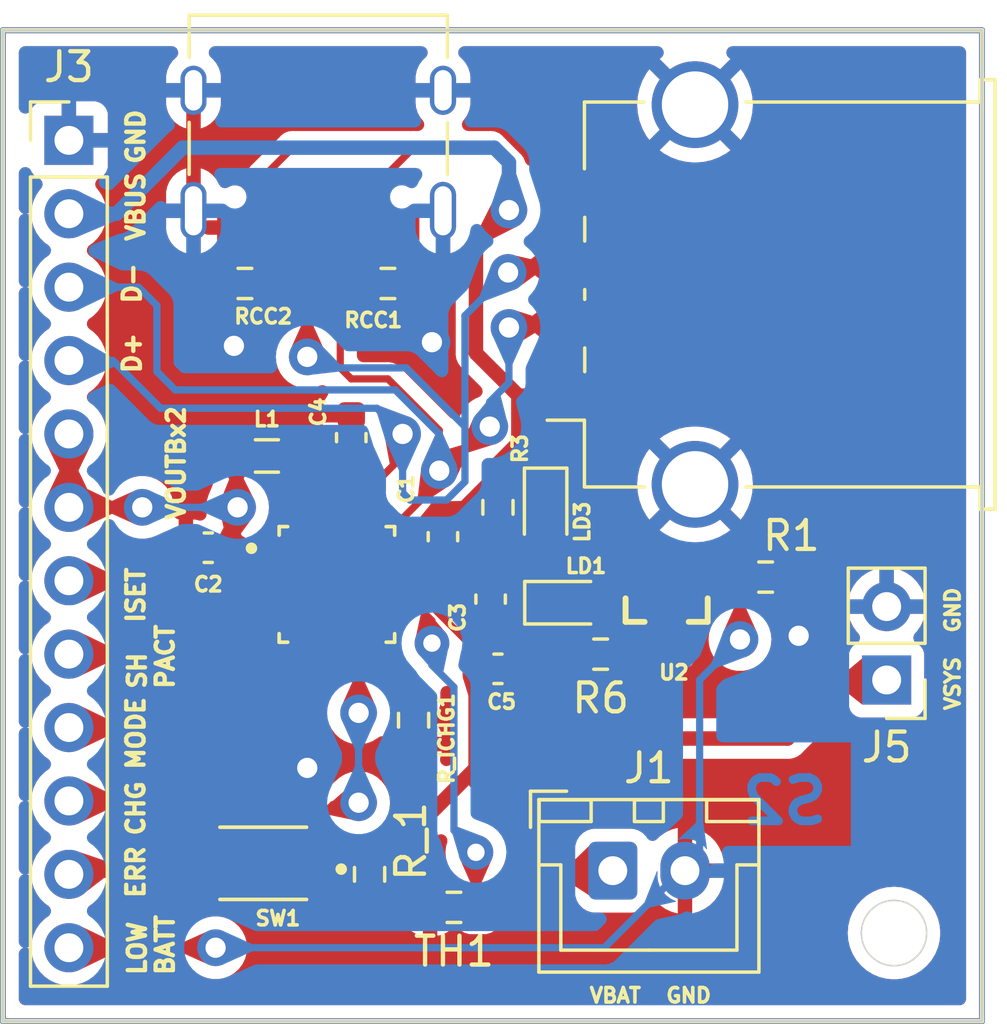
<source format=kicad_pcb>
(kicad_pcb (version 20221018) (generator pcbnew)
  (layers (0 "F.Cu" signal) (31 "B.Cu" signal) (34 "B.Paste" user) (35 "F.Paste" user) (36 "B.SilkS" user "B.Silkscreen") (37 "F.SilkS" user "F.Silkscreen") (38 "B.Mask" user) (39 "F.Mask" user) (44 "Edge.Cuts" user))
  (net 0 "")
  (net 1 "VBUS")
  (net 2 "GND")
  (net 3 "VOUTB")
  (net 4 "VSYS")
  (net 5 "Net-(U1-DEC)")
  (net 6 "Net-(J1-Pin_1)")
  (net 7 "Net-(J2-CC1)")
  (net 8 "Net-(J3-Pin_3)")
  (net 10 "Net-(J2-CC2)")
  (net 12 "ERR")
  (net 13 "CHG")
  (net 14 "SHPACT")
  (net 15 "Low_Batt")
  (net 16 "Net-(U1-SW)")
  (net 17 "Net-(LD1-K)")
  (net 18 "Net-(LD1-A)")
  (net 19 "Net-(LD3-A)")
  (net 20 "Net-(U1-SHPHLD)")
  (net 21 "Net-(U1-ICHG)")
  (net 27 "Net-(J3-Pin_4)")
  (net 28 "Net-(J3-Pin_7)")
  (net 29 "Net-(J3-Pin_9)")
  (net 30 "Net-(U1-NTC)")
  (footprint "Resistor_SMD:R_0603_1608Metric" (layer "F.Cu") (at 94.615 82.55 -90)
    (fp_text reference "R3" (at -2.032 -0.762 -90) (layer "F.SilkS") (effects (font (size 0.5 0.5) (thickness 0.125))))
    (fp_text value "1k" hide)
    (pad "1" smd roundrect (at -0.825 0 270) (size 0.8 0.95) (layers "F.Cu" "F.Paste" "F.Mask") (net 1 "VBUS"))
    (pad "2" smd roundrect (at 0.825 0 270) (size 0.8 0.95) (layers "F.Cu" "F.Paste" "F.Mask") (net 19 "Net-(LD3-A)"))
  )
  (footprint "Capacitor_SMD:C_0603_1608Metric" (layer "F.Cu") (at 94.615 88.138)
    (fp_text reference "C5" (at 0.127 1.143) (layer "F.SilkS") (effects (font (size 0.5 0.5) (thickness 0.125))))
    (fp_text value "1uF" hide)
    (pad "1" smd roundrect (at -0.775 0) (size 0.9 0.95) (layers "F.Cu" "F.Paste" "F.Mask") (net 6 "Net-(J1-Pin_1)"))
    (pad "2" smd roundrect (at 0.775 0) (size 0.9 0.95) (layers "F.Cu" "F.Paste" "F.Mask") (net 2 "GND"))
  )
  (footprint "TESIS:SOT23" (layer "F.Cu") (at 100.457 85.852 180)
    (fp_text reference "U2" (at -0.254 -2.413) (layer "F.SilkS") (effects (font (size 0.5 0.5) (thickness 0.125))))
    (fp_text value "FDV303N" hide)
    (pad "1" smd rect (at -0.95 1.1 180) (size 1 1.4) (layers "F.Cu" "F.Paste" "F.Mask") (net 15 "Low_Batt"))
    (pad "2" smd rect (at 0.95 1.1 180) (size 1 1.4) (layers "F.Cu" "F.Paste" "F.Mask") (net 17 "Net-(LD1-K)"))
    (pad "3" smd rect (at 0 -1.1 180) (size 1 1.4) (layers "F.Cu" "F.Paste" "F.Mask") (net 2 "GND"))
  )
  (footprint "TESIS:SW_B3U-1000P" (layer "F.Cu") (at 86.487 94.869 180)
    (fp_text reference "SW1" (at -0.508 -1.905) (layer "F.SilkS") (effects (font (size 0.5 0.5) (thickness 0.125))))
    (fp_text value "SW_DIP_x01" hide)
    (pad "1" smd rect (at -1.7 0 180) (size 0.8 1.7) (layers "F.Cu" "F.Paste" "F.Mask") (net 20 "Net-(U1-SHPHLD)"))
    (pad "2" smd rect (at 1.7 0 180) (size 0.8 1.7) (layers "F.Cu" "F.Paste" "F.Mask") (net 2 "GND"))
  )
  (footprint "MountingHole:MountingHole_2.2mm_M2" (layer "F.Cu") (at 108.331 97.282)
    (fp_text reference "REF**" hide)
    (fp_text value "MountingHole_2.2mm_M2" hide)
    (pad "" np_thru_hole circle (at 0 0) (size 2.2 2.2) (drill 2.2) (layers "*.Cu" "*.Mask"))
  )
  (footprint "LED_SMD:LED_0603_1608Metric" (layer "F.Cu") (at 97.027293 85.851293)
    (fp_text reference "LD1" (at 0.635 -1.27) (layer "F.SilkS") (effects (font (size 0.5 0.5) (thickness 0.125))))
    (fp_text value "R")
    (pad "1" smd roundrect (at -0.7875 0) (size 0.875 0.95) (layers "F.Cu" "F.Paste" "F.Mask") (net 17 "Net-(LD1-K)"))
    (pad "2" smd roundrect (at 0.7875 0) (size 0.875 0.95) (layers "F.Cu" "F.Paste" "F.Mask") (net 18 "Net-(LD1-A)"))
  )
  (footprint "Capacitor_SMD:C_0603_1608Metric" (layer "F.Cu") (at 84.582 83.947 180)
    (fp_text reference "C2" (at 0 -1.27) (layer "F.SilkS") (effects (font (size 0.5 0.5) (thickness 0.125))))
    (fp_text value "10uF" hide)
    (pad "1" smd roundrect (at -0.775 0 180) (size 0.9 0.95) (layers "F.Cu" "F.Paste" "F.Mask") (net 3 "VOUTB"))
    (pad "2" smd roundrect (at 0.775 0 180) (size 0.9 0.95) (layers "F.Cu" "F.Paste" "F.Mask") (net 2 "GND"))
  )
  (footprint "LED_SMD:LED_0603_1608Metric" (layer "F.Cu") (at 96.266 82.677 -90)
    (fp_text reference "LD3" (at 0.381 -1.27 -90) (layer "F.SilkS") (effects (font (size 0.5 0.5) (thickness 0.125))))
    (fp_text value "R" hide)
    (pad "1" smd roundrect (at -0.7875 0 270) (size 0.875 0.95) (layers "F.Cu" "F.Paste" "F.Mask") (net 2 "GND"))
    (pad "2" smd roundrect (at 0.7875 0 270) (size 0.875 0.95) (layers "F.Cu" "F.Paste" "F.Mask") (net 19 "Net-(LD3-A)"))
  )
  (footprint "Resistor_SMD:R_0603_1608Metric" (layer "F.Cu") (at 103.886 84.963)
    (fp_text reference "R1" (at 0.889 -1.43) (layer "F.SilkS"))
    (fp_text value "1M" hide)
    (pad "1" smd roundrect (at -0.825 0) (size 0.8 0.95) (layers "F.Cu" "F.Paste" "F.Mask") (net 15 "Low_Batt"))
    (pad "2" smd roundrect (at 0.825 0) (size 0.8 0.95) (layers "F.Cu" "F.Paste" "F.Mask") (net 2 "GND"))
  )
  (footprint "Connector_JST:JST_XH_B2B-XH-A_1x02_P2.50mm_Vertical" (layer "F.Cu") (at 98.592 95.123)
    (fp_text reference "J1" (at 1.25 -3.55) (layer "F.SilkS"))
    (fp_text value "Battery" hide)
    (pad "1" thru_hole roundrect (at 0 0) (size 1.7 2) (drill 1) (layers "*.Cu" "*.Mask") (roundrect_rratio 0.1470588235) (net 6 "Net-(J1-Pin_1)"))
    (pad "2" thru_hole oval (at 2.5 0) (size 1.7 2) (drill 1) (layers "*.Cu" "*.Mask") (net 2 "GND"))
  )
  (footprint "Resistor_SMD:R_0603_1608Metric" (layer "F.Cu") (at 90.17 95.25 -90)
    (fp_text reference "R_1" (at -1.143 -1.43 -90) (layer "F.SilkS"))
    (fp_text value "100k" hide)
    (pad "1" smd roundrect (at -0.825 0 270) (size 0.8 0.95) (layers "F.Cu" "F.Paste" "F.Mask") (net 6 "Net-(J1-Pin_1)"))
    (pad "2" smd roundrect (at 0.825 0 270) (size 0.8 0.95) (layers "F.Cu" "F.Paste" "F.Mask") (net 20 "Net-(U1-SHPHLD)"))
  )
  (footprint "Inductor_SMD:L_0805_2012Metric" (layer "F.Cu") (at 86.614 80.772)
    (fp_text reference "L1" (at 0 -1.27) (layer "F.SilkS") (effects (font (size 0.5 0.5) (thickness 0.125))))
    (fp_text value "2.2uH" hide)
    (pad "1" smd roundrect (at -1.0625 0) (size 0.875 1.2) (layers "F.Cu" "F.Paste" "F.Mask") (net 3 "VOUTB"))
    (pad "2" smd roundrect (at 1.0625 0) (size 0.875 1.2) (layers "F.Cu" "F.Paste" "F.Mask") (net 16 "Net-(U1-SW)"))
  )
  (footprint "Resistor_SMD:R_0603_1608Metric" (layer "F.Cu") (at 90.805 74.803 180)
    (fp_text reference "RCC1" (at 0.508 -1.27 180) (layer "F.SilkS") (effects (font (size 0.5 0.5) (thickness 0.125))))
    (fp_text value "5.1k" hide)
    (pad "1" smd roundrect (at -0.825 0 180) (size 0.8 0.95) (layers "F.Cu" "F.Paste" "F.Mask") (net 2 "GND"))
    (pad "2" smd roundrect (at 0.825 0 180) (size 0.8 0.95) (layers "F.Cu" "F.Paste" "F.Mask") (net 7 "Net-(J2-CC1)"))
  )
  (footprint "Capacitor_SMD:C_0603_1608Metric" (layer "F.Cu") (at 92.71 83.566 -90)
    (fp_text reference "C1" (at -1.651 1.27 90) (layer "F.SilkS") (effects (font (size 0.5 0.5) (thickness 0.125))))
    (fp_text value "2.2uF" hide)
    (pad "1" smd roundrect (at -0.775 0 270) (size 0.9 0.95) (layers "F.Cu" "F.Paste" "F.Mask") (net 1 "VBUS"))
    (pad "2" smd roundrect (at 0.775 0 270) (size 0.9 0.95) (layers "F.Cu" "F.Paste" "F.Mask") (net 2 "GND"))
  )
  (footprint "Resistor_SMD:R_0603_1608Metric" (layer "F.Cu") (at 85.852 74.803)
    (fp_text reference "RCC2" (at 0.635 1.143) (layer "F.SilkS") (effects (font (size 0.5 0.5) (thickness 0.125))))
    (fp_text value "5.1k" hide)
    (pad "1" smd roundrect (at -0.825 0) (size 0.8 0.95) (layers "F.Cu" "F.Paste" "F.Mask") (net 2 "GND"))
    (pad "2" smd roundrect (at 0.825 0) (size 0.8 0.95) (layers "F.Cu" "F.Paste" "F.Mask") (net 10 "Net-(J2-CC2)"))
  )
  (footprint "Resistor_SMD:R_0603_1608Metric" (layer "F.Cu") (at 98.171 87.63)
    (fp_text reference "R6" (at 0 1.524) (layer "F.SilkS"))
    (fp_text value "150" hide)
    (pad "1" smd roundrect (at -0.825 0) (size 0.8 0.95) (layers "F.Cu" "F.Paste" "F.Mask") (net 4 "VSYS"))
    (pad "2" smd roundrect (at 0.825 0) (size 0.8 0.95) (layers "F.Cu" "F.Paste" "F.Mask") (net 18 "Net-(LD1-A)"))
  )
  (footprint "Connector_PinHeader_2.54mm:PinHeader_1x02_P2.54mm_Vertical" (layer "F.Cu") (at 108.077 88.524 180)
    (fp_text reference "J5" (at 0 -2.33) (layer "F.SilkS"))
    (fp_text value "VSYS")
    (pad "1" thru_hole rect (at 0 0 180) (size 1.7 1.7) (drill 1) (layers "*.Cu" "*.Mask") (net 4 "VSYS"))
    (pad "2" thru_hole oval (at 0 2.54 180) (size 1.7 1.7) (drill 1) (layers "*.Cu" "*.Mask") (net 2 "GND"))
  )
  (footprint "Capacitor_SMD:C_0603_1608Metric" (layer "F.Cu") (at 94.361 85.725 90)
    (fp_text reference "C3" (at -0.635 -1.143 90) (layer "F.SilkS") (effects (font (size 0.5 0.5) (thickness 0.125))))
    (fp_text value "10uF" hide)
    (pad "1" smd roundrect (at -0.775 0 90) (size 0.9 0.95) (layers "F.Cu" "F.Paste" "F.Mask") (net 4 "VSYS"))
    (pad "2" smd roundrect (at 0.775 0 90) (size 0.9 0.95) (layers "F.Cu" "F.Paste" "F.Mask") (net 2 "GND"))
  )
  (footprint "Connector_USB:USB_A_TE_292303-7_Horizontal" (layer "F.Cu") (at 104.14 75.184 90)
    (fp_text reference "J4" hide)
    (fp_text value "USB_B" hide)
    (pad "1" smd rect (at -3.5 -6.38 90) (size 1.25 3) (layers "F.Cu" "F.Paste" "F.Mask") (net 1 "VBUS"))
    (pad "2" smd rect (at -1 -6.38 90) (size 1.25 3) (layers "F.Cu" "F.Paste" "F.Mask") (net 8 "Net-(J3-Pin_3)"))
    (pad "3" smd rect (at 1 -6.38 90) (size 1.25 3) (layers "F.Cu" "F.Paste" "F.Mask") (net 27 "Net-(J3-Pin_4)"))
    (pad "4" smd rect (at 3.5 -6.38 90) (size 1.25 3) (layers "F.Cu" "F.Paste" "F.Mask") (net 2 "GND"))
    (pad "5" thru_hole circle (at -6.57 -2.7 90) (size 3 3) (drill 2.3) (layers "*.Cu" "*.Mask") (net 2 "GND"))
    (pad "5" thru_hole circle (at 6.57 -2.7 90) (size 3 3) (drill 2.3) (layers "*.Cu" "*.Mask") (net 2 "GND"))
  )
  (footprint "TESIS:QFN50P400X400X90-25N" (layer "F.Cu") (at 89.038 85.217)
    (fp_text reference "U1" hide)
    (fp_text value "NPM1100-QDAB-R7" hide)
    (pad "1" smd roundrect (at -1.95 -1.25) (size 0.81 0.27) (layers "F.Cu" "F.Paste" "F.Mask") (roundrect_rratio 0.125) (net 3 "VOUTB"))
    (pad "2" smd roundrect (at -1.95 -0.75) (size 0.81 0.27) (layers "F.Cu" "F.Paste" "F.Mask") (roundrect_rratio 0.125) (net 2 "GND"))
    (pad "3" smd roundrect (at -1.95 -0.25) (size 0.81 0.27) (layers "F.Cu" "F.Paste" "F.Mask") (roundrect_rratio 0.125) (net 2 "GND"))
    (pad "4" smd roundrect (at -1.95 0.25) (size 0.81 0.27) (layers "F.Cu" "F.Paste" "F.Mask") (roundrect_rratio 0.125))
    (pad "5" smd roundrect (at -1.95 0.75) (size 0.81 0.27) (layers "F.Cu" "F.Paste" "F.Mask") (roundrect_rratio 0.125) (net 28 "Net-(J3-Pin_7)"))
    (pad "6" smd roundrect (at -1.95 1.25) (size 0.81 0.27) (layers "F.Cu" "F.Paste" "F.Mask") (roundrect_rratio 0.125) (net 14 "SHPACT"))
    (pad "7" smd roundrect (at -1.25 1.95) (size 0.27 0.81) (layers "F.Cu" "F.Paste" "F.Mask") (roundrect_rratio 0.125) (net 29 "Net-(J3-Pin_9)"))
    (pad "8" smd roundrect (at -0.75 1.95) (size 0.27 0.81) (layers "F.Cu" "F.Paste" "F.Mask") (roundrect_rratio 0.125) (net 13 "CHG"))
    (pad "9" smd roundrect (at -0.25 1.95) (size 0.27 0.81) (layers "F.Cu" "F.Paste" "F.Mask") (roundrect_rratio 0.125))
    (pad "10" smd roundrect (at 0.25 1.95) (size 0.27 0.81) (layers "F.Cu" "F.Paste" "F.Mask") (roundrect_rratio 0.125) (net 12 "ERR"))
    (pad "11" smd roundrect (at 0.75 1.95) (size 0.27 0.81) (layers "F.Cu" "F.Paste" "F.Mask") (roundrect_rratio 0.125) (net 20 "Net-(U1-SHPHLD)"))
    (pad "12" smd roundrect (at 1.25 1.95) (size 0.27 0.81) (layers "F.Cu" "F.Paste" "F.Mask") (roundrect_rratio 0.125) (net 21 "Net-(U1-ICHG)"))
    (pad "13" smd roundrect (at 1.95 1.25) (size 0.81 0.27) (layers "F.Cu" "F.Paste" "F.Mask") (roundrect_rratio 0.125))
    (pad "14" smd roundrect (at 1.95 0.75) (size 0.81 0.27) (layers "F.Cu" "F.Paste" "F.Mask") (roundrect_rratio 0.125) (net 30 "Net-(U1-NTC)"))
    (pad "15" smd roundrect (at 1.95 0.25) (size 0.81 0.27) (layers "F.Cu" "F.Paste" "F.Mask") (roundrect_rratio 0.125) (net 6 "Net-(J1-Pin_1)"))
    (pad "16" smd roundrect (at 1.95 -0.25) (size 0.81 0.27) (layers "F.Cu" "F.Paste" "F.Mask") (roundrect_rratio 0.125) (net 4 "VSYS"))
    (pad "17" smd roundrect (at 1.95 -0.75) (size 0.81 0.27) (layers "F.Cu" "F.Paste" "F.Mask") (roundrect_rratio 0.125) (net 1 "VBUS"))
    (pad "18" smd roundrect (at 1.95 -1.25) (size 0.81 0.27) (layers "F.Cu" "F.Paste" "F.Mask") (roundrect_rratio 0.125))
    (pad "19" smd roundrect (at 1.25 -1.95) (size 0.27 0.81) (layers "F.Cu" "F.Paste" "F.Mask") (roundrect_rratio 0.125) (net 8 "Net-(J3-Pin_3)"))
    (pad "20" smd roundrect (at 0.75 -1.95) (size 0.27 0.81) (layers "F.Cu" "F.Paste" "F.Mask") (roundrect_rratio 0.125) (net 27 "Net-(J3-Pin_4)"))
    (pad "21" smd roundrect (at 0.25 -1.95) (size 0.27 0.81) (layers "F.Cu" "F.Paste" "F.Mask") (roundrect_rratio 0.125) (net 5 "Net-(U1-DEC)"))
    (pad "22" smd roundrect (at -0.25 -1.95) (size 0.27 0.81) (layers "F.Cu" "F.Paste" "F.Mask") (roundrect_rratio 0.125) (net 16 "Net-(U1-SW)"))
    (pad "23" smd roundrect (at -0.75 -1.95) (size 0.27 0.81) (layers "F.Cu" "F.Paste" "F.Mask") (roundrect_rratio 0.125) (net 2 "GND"))
    (pad "24" smd roundrect (at -1.25 -1.95) (size 0.27 0.81) (layers "F.Cu" "F.Paste" "F.Mask") (roundrect_rratio 0.125))
    (pad "25" smd rect (at 0 0) (size 2.7 2.7) (layers "F.Cu" "F.Mask") (net 2 "GND"))
  )
  (footprint "Connector_PinHeader_2.54mm:PinHeader_1x12_P2.54mm_Vertical" (layer "F.Cu") (at 79.756 69.85)
    (fp_text reference "J3" (at 0 -2.54) (layer "F.SilkS"))
    (fp_text value "Conn_01x12" hide)
    (pad "1" thru_hole rect (at 0 0) (size 1.7 1.7) (drill 1) (layers "*.Cu" "*.Mask") (net 2 "GND"))
    (pad "2" thru_hole oval (at 0 2.54) (size 1.7 1.7) (drill 1) (layers "*.Cu" "*.Mask") (net 1 "VBUS"))
    (pad "3" thru_hole oval (at 0 5.08) (size 1.7 1.7) (drill 1) (layers "*.Cu" "*.Mask") (net 8 "Net-(J3-Pin_3)"))
    (pad "4" thru_hole oval (at 0 7.62) (size 1.7 1.7) (drill 1) (layers "*.Cu" "*.Mask") (net 27 "Net-(J3-Pin_4)"))
    (pad "5" thru_hole oval (at 0 10.16) (size 1.7 1.7) (drill 1) (layers "*.Cu" "*.Mask") (net 3 "VOUTB"))
    (pad "6" thru_hole oval (at 0 12.7) (size 1.7 1.7) (drill 1) (layers "*.Cu" "*.Mask") (net 3 "VOUTB"))
    (pad "7" thru_hole oval (at 0 15.24) (size 1.7 1.7) (drill 1) (layers "*.Cu" "*.Mask") (net 28 "Net-(J3-Pin_7)"))
    (pad "8" thru_hole oval (at 0 17.78) (size 1.7 1.7) (drill 1) (layers "*.Cu" "*.Mask") (net 14 "SHPACT"))
    (pad "9" thru_hole oval (at 0 20.32) (size 1.7 1.7) (drill 1) (layers "*.Cu" "*.Mask") (net 29 "Net-(J3-Pin_9)"))
    (pad "10" thru_hole oval (at 0 22.86) (size 1.7 1.7) (drill 1) (layers "*.Cu" "*.Mask") (net 13 "CHG"))
    (pad "11" thru_hole oval (at 0 25.4) (size 1.7 1.7) (drill 1) (layers "*.Cu" "*.Mask") (net 12 "ERR"))
    (pad "12" thru_hole oval (at 0 27.94) (size 1.7 1.7) (drill 1) (layers "*.Cu" "*.Mask") (net 15 "Low_Batt"))
  )
  (footprint "Connector_USB:USB_C_Receptacle_Palconn_UTC16-G" (layer "F.Cu") (at 88.392 70.358 180)
    (fp_text reference "J2" hide)
    (fp_text value "USB_C_Receptacle_USB2.0" hide)
    (pad "" np_thru_hole circle (at -2.89 -1.45) (size 0.6 0.6) (drill 0.6) (layers "*.Cu" "*.Mask"))
    (pad "" np_thru_hole circle (at 2.89 -1.45) (size 0.6 0.6) (drill 0.6) (layers "*.Cu" "*.Mask"))
    (pad "A1" smd rect (at -3.2 -2.51 180) (size 0.6 1.16) (layers "F.Cu" "F.Paste" "F.Mask") (net 2 "GND"))
    (pad "A4" smd rect (at -2.4 -2.51 180) (size 0.6 1.16) (layers "F.Cu" "F.Paste" "F.Mask") (net 1 "VBUS"))
    (pad "A5" smd rect (at -1.25 -2.51) (size 0.3 1.16) (layers "F.Cu" "F.Paste" "F.Mask") (net 7 "Net-(J2-CC1)"))
    (pad "A6" smd rect (at -0.25 -2.51) (size 0.3 1.16) (layers "F.Cu" "F.Paste" "F.Mask") (net 27 "Net-(J3-Pin_4)"))
    (pad "A7" smd rect (at 0.25 -2.51) (size 0.3 1.16) (layers "F.Cu" "F.Paste" "F.Mask") (net 8 "Net-(J3-Pin_3)"))
    (pad "A8" smd rect (at 1.25 -2.51) (size 0.3 1.16) (layers "F.Cu" "F.Paste" "F.Mask"))
    (pad "A9" smd rect (at 2.4 -2.51 180) (size 0.6 1.16) (layers "F.Cu" "F.Paste" "F.Mask") (net 1 "VBUS"))
    (pad "A12" smd rect (at 3.2 -2.51 180) (size 0.6 1.16) (layers "F.Cu" "F.Paste" "F.Mask") (net 2 "GND"))
    (pad "B1" smd rect (at 3.2 -2.51 180) (size 0.6 1.16) (layers "F.Cu" "F.Paste" "F.Mask") (net 2 "GND"))
    (pad "B4" smd rect (at 2.4 -2.51 180) (size 0.6 1.16) (layers "F.Cu" "F.Paste" "F.Mask") (net 1 "VBUS"))
    (pad "B5" smd rect (at 1.75 -2.51) (size 0.3 1.16) (layers "F.Cu" "F.Paste" "F.Mask") (net 10 "Net-(J2-CC2)"))
    (pad "B6" smd rect (at 0.75 -2.51) (size 0.3 1.16) (layers "F.Cu" "F.Paste" "F.Mask") (net 27 "Net-(J3-Pin_4)"))
    (pad "B7" smd rect (at -0.75 -2.51) (size 0.3 1.16) (layers "F.Cu" "F.Paste" "F.Mask") (net 8 "Net-(J3-Pin_3)"))
    (pad "B8" smd rect (at -1.75 -2.51) (size 0.3 1.16) (layers "F.Cu" "F.Paste" "F.Mask"))
    (pad "B9" smd rect (at -2.4 -2.51 180) (size 0.6 1.16) (layers "F.Cu" "F.Paste" "F.Mask") (net 1 "VBUS"))
    (pad "B12" smd rect (at -3.2 -2.51 180) (size 0.6 1.16) (layers "F.Cu" "F.Paste" "F.Mask") (net 2 "GND"))
    (pad "S1" thru_hole oval (at -4.32 -1.93 270) (size 2 0.9) (drill oval 1.7 0.6) (layers "*.Cu" "*.Mask") (net 2 "GND"))
    (pad "S1" thru_hole oval (at -4.32 2.24 270) (size 1.7 0.9) (drill oval 1.4 0.6) (layers "*.Cu" "*.Mask") (net 2 "GND"))
    (pad "S1" thru_hole oval (at 4.32 -1.93 270) (size 2 0.9) (drill oval 1.7 0.6) (layers "*.Cu" "*.Mask") (net 2 "GND"))
    (pad "S1" thru_hole oval (at 4.32 2.24 270) (size 1.7 0.9) (drill oval 1.4 0.6) (layers "*.Cu" "*.Mask") (net 2 "GND"))
  )
  (footprint "Resistor_SMD:R_0603_1608Metric" (layer "F.Cu") (at 91.694 89.916 -90)
    (fp_text reference "R_ICHG1" (at 0.635 -1.143 -90) (layer "F.SilkS") (effects (font (size 0.5 0.5) (thickness 0.125))))
    (fp_text value "11K / 520" hide)
    (pad "1" smd roundrect (at -0.825 0 270) (size 0.8 0.95) (layers "F.Cu" "F.Paste" "F.Mask") (net 21 "Net-(U1-ICHG)"))
    (pad "2" smd roundrect (at 0.825 0 270) (size 0.8 0.95) (layers "F.Cu" "F.Paste" "F.Mask") (net 2 "GND"))
  )
  (footprint "Capacitor_SMD:C_0603_1608Metric" (layer "F.Cu") (at 89.535 80.137 90)
    (fp_text reference "C4" (at 0.889 -1.143 90) (layer "F.SilkS") (effects (font (size 0.5 0.5) (thickness 0.125))))
    (fp_text value "10uF" hide)
    (pad "1" smd roundrect (at -0.775 0 90) (size 0.9 0.95) (layers "F.Cu" "F.Paste" "F.Mask") (net 5 "Net-(U1-DEC)"))
    (pad "2" smd roundrect (at 0.775 0 90) (size 0.9 0.95) (layers "F.Cu" "F.Paste" "F.Mask") (net 2 "GND"))
  )
  (footprint "Resistor_SMD:R_0603_1608Metric" (layer "F.Cu") (at 93.091 96.393)
    (fp_text reference "TH1" (at 0 1.524) (layer "F.SilkS"))
    (fp_text value "Thermistor" hide)
    (pad "1" smd roundrect (at -0.825 0) (size 0.8 0.95) (layers "F.Cu" "F.Paste" "F.Mask") (net 2 "GND"))
    (pad "2" smd roundrect (at 0.825 0) (size 0.8 0.95) (layers "F.Cu" "F.Paste" "F.Mask") (net 30 "Net-(U1-NTC)"))
  )
  (gr_line (start 77.47 66.04) (end 111.379 66.04) (stroke (width 0.2)) (layer "F.Cu"))
  (gr_line (start 77.47 66.04) (end 77.47 100.33) (stroke (width 0.2)) (layer "F.Cu"))
  (gr_line (start 77.47 100.33) (end 111.379 100.33) (stroke (width 0.2)) (layer "F.Cu"))
  (gr_circle (center 108.331 97.282) (end 109.431 97.282) (stroke (width 0.1)) (fill solid) (layer "F.Cu"))
  (gr_line (start 111.379 66.04) (end 111.379 100.33) (stroke (width 0.2)) (layer "F.Cu"))
  (gr_line (start 111.379 66.04) (end 111.379 100.33) (stroke (width 0.2)) (layer "B.Cu"))
  (gr_line (start 111.379 100.33) (end 77.47 100.33) (stroke (width 0.2)) (layer "B.Cu"))
  (gr_line (start 77.47 66.04) (end 111.379 66.04) (stroke (width 0.2)) (layer "B.Cu"))
  (gr_line (start 77.47 100.33) (end 77.47 66.04) (stroke (width 0.2)) (layer "B.Cu"))
  (gr_circle (center 108.331 97.282) (end 109.431 97.282) (stroke (width 0.1)) (fill solid) (layer "B.Cu"))
  (gr_line (start 111.379 100.33) (end 77.47 100.33) (stroke (width 0.15)) (layer "F.SilkS"))
  (gr_circle (center 108.331 97.282) (end 109.431 97.282) (stroke (width 0.1)) (fill solid) (layer "F.SilkS"))
  (gr_line (start 111.379 66.04) (end 111.379 100.33) (stroke (width 0.15)) (layer "F.SilkS"))
  (gr_line (start 77.47 66.04) (end 111.379 66.04) (stroke (width 0.15)) (layer "F.SilkS"))
  (gr_line (start 77.47 100.33) (end 77.47 66.04) (stroke (width 0.15)) (layer "F.SilkS"))
  (gr_circle (center 108.331 97.282) (end 109.431 97.282) (stroke (width 0.1)) (fill none) (layer "Edge.Cuts"))
  (gr_line (start 77.47 100.33) (end 77.47 66.04) (stroke (width 0.1)) (layer "Edge.Cuts"))
  (gr_line (start 111.379 66.04) (end 111.379 100.33) (stroke (width 0.1)) (layer "Edge.Cuts"))
  (gr_line (start 111.379 100.33) (end 77.47 100.33) (stroke (width 0.1)) (layer "Edge.Cuts"))
  (gr_line (start 77.47 66.04) (end 111.379 66.04) (stroke (width 0.1)) (layer "Edge.Cuts"))
  (gr_text "S2" (at 106.172 93.599) (layer "B.Cu") (effects (font (size 1.5 1.5) (thickness 0.3) bold) (justify left bottom mirror)))
  (gr_text "SH\nPACT" (at 83.439 88.9 90) (layer "F.SilkS") (effects (font (size 0.6 0.6)) (justify left bottom)))
  (gr_text "D+" (at 82.296 77.978 90) (layer "F.SilkS") (effects (font (size 0.6 0.6)) (justify left bottom)))
  (gr_text "GND" (at 82.423 70.739 90) (layer "F.SilkS") (effects (font (size 0.6 0.6)) (justify left bottom)))
  (gr_text "MODE" (at 82.423 91.694 90) (layer "F.SilkS") (effects (font (size 0.6 0.6)) (justify left bottom)))
  (gr_text "LOW\nBATT" (at 83.439 98.806 90) (layer "F.SilkS") (effects (font (size 0.6 0.6)) (justify left bottom)))
  (gr_text "GND" (at 101.219 99.441) (layer "F.SilkS") (effects (font (size 0.5 0.5) (thickness 0.125))))
  (gr_text "VSYS" (at 110.363 88.646 90) (layer "F.SilkS") (effects (font (size 0.5 0.5) (thickness 0.125))))
  (gr_text "VBUS" (at 82.423 73.406 90) (layer "F.SilkS") (effects (font (size 0.6 0.6)) (justify left bottom)))
  (gr_text "CHG" (at 82.423 93.98 90) (layer "F.SilkS") (effects (font (size 0.6 0.6)) (justify left bottom)))
  (gr_text "GND" (at 110.363 86.106 90) (layer "F.SilkS") (effects (font (size 0.5 0.5) (thickness 0.125))))
  (gr_text "ISET" (at 82.423 86.614 90) (layer "F.SilkS") (effects (font (size 0.6 0.6)) (justify left bottom)))
  (gr_text "VBAT\n" (at 98.679 99.441) (layer "F.SilkS") (effects (font (size 0.5 0.5) (thickness 0.125))))
  (gr_text "ERR" (at 82.423 96.139 90) (layer "F.SilkS") (effects (font (size 0.6 0.6)) (justify left bottom)))
  (gr_text "VOUTBx2" (at 83.82 83.058 90) (layer "F.SilkS") (effects (font (size 0.6 0.6)) (justify left bottom)))
  (gr_text "D-" (at 82.296 75.565 90) (layer "F.SilkS") (effects (font (size 0.6 0.6)) (justify left bottom)))
  (segment (start 94.361 70.104) (end 94.996 70.739) (width 0.25) (layer "F.Cu") (net 1))
  (segment (start 95.321 78.684) (end 95.321 80.32) (width 0.5) (layer "F.Cu") (net 1))
  (segment (start 91.718 83.288) (end 92.215 82.791) (width 0.25) (layer "F.Cu") (net 1))
  (segment (start 94.297 81.725) (end 93.231 82.791) (width 0.5) (layer "F.Cu") (net 1))
  (segment (start 97.76 78.811) (end 97.633 78.684) (width 0.25) (layer "F.Cu") (net 1))
  (segment (start 93.853 77.216) (end 95.321 78.684) (width 0.5) (layer "F.Cu") (net 1))
  (segment (start 91.694 70.104) (end 87.503 70.104) (width 0.25) (layer "F.Cu") (net 1))
  (segment (start 94.996 70.739) (end 94.996 72.263) (width 0.25) (layer "F.Cu") (net 1))
  (segment (start 93.231 82.791) (end 92.71 82.791) (width 0.5) (layer "F.Cu") (net 1))
  (segment (start 87.503 70.104) (end 86.487 71.12) (width 0.25) (layer "F.Cu") (net 1))
  (segment (start 91.694 70.104) (end 90.678 71.12) (width 0.25) (layer "F.Cu") (net 1))
  (segment (start 94.615 81.026) (end 94.615 81.725) (width 0.5) (layer "F.Cu") (net 1))
  (segment (start 90.988 84.467) (end 91.555 84.467) (width 0.25) (layer "F.Cu") (net 1))
  (segment (start 94.361 70.104) (end 91.694 70.104) (width 0.25) (layer "F.Cu") (net 1))
  (segment (start 95.321 78.684) (end 97.76 78.684) (width 0.5) (layer "F.Cu") (net 1))
  (segment (start 91.555 84.467) (end 91.718 84.304) (width 0.25) (layer "F.Cu") (net 1))
  (segment (start 86.487 71.543) (end 85.992 72.038) (width 0.25) (layer "F.Cu") (net 1))
  (segment (start 85.992 72.038) (end 85.992 72.868) (width 0.25) (layer "F.Cu") (net 1))
  (segment (start 97.633 78.684) (end 95.321 78.684) (width 0.25) (layer "F.Cu") (net 1))
  (segment (start 94.996 72.263) (end 93.853 73.406) (width 0.5) (layer "F.Cu") (net 1))
  (segment (start 94.615 81.725) (end 94.297 81.725) (width 0.5) (layer "F.Cu") (net 1))
  (segment (start 91.718 84.304) (end 91.718 83.288) (width 0.25) (layer "F.Cu") (net 1))
  (segment (start 86.487 71.12) (end 86.487 71.543) (width 0.25) (layer "F.Cu") (net 1))
  (segment (start 90.678 72.754) (end 90.792 72.868) (width 0.25) (layer "F.Cu") (net 1))
  (segment (start 93.853 73.406) (end 93.853 77.216) (width 0.5) (layer "F.Cu") (net 1))
  (segment (start 90.678 71.12) (end 90.678 72.754) (width 0.25) (layer "F.Cu") (net 1))
  (segment (start 95.321 80.32) (end 94.615 81.026) (width 0.5) (layer "F.Cu") (net 1))
  (segment (start 92.215 82.791) (end 92.71 82.791) (width 0.25) (layer "F.Cu") (net 1))
  (via (at 94.996 72.263) (size 1.27) (drill 0.7) (layers "F.Cu" "B.Cu") (net 1))
  (segment (start 81.407 72.39) (end 83.693 70.104) (width 0.5) (layer "B.Cu") (net 1))
  (segment (start 94.996 70.612) (end 94.996 72.263) (width 0.5) (layer "B.Cu") (net 1))
  (segment (start 79.756 72.39) (end 81.407 72.39) (width 0.5) (layer "B.Cu") (net 1))
  (segment (start 94.488 70.104) (end 94.996 70.612) (width 0.5) (layer "B.Cu") (net 1))
  (segment (start 83.693 70.104) (end 94.488 70.104) (width 0.5) (layer "B.Cu") (net 1))
  (segment (start 87.088 84.967) (end 88.788 84.967) (width 0.25) (layer "F.Cu") (net 2))
  (segment (start 85.471 76.962) (end 86.614 78.105) (width 0.25) (layer "F.Cu") (net 2))
  (segment (start 101.092 92.964) (end 101.092 95.123) (width 0.25) (layer "F.Cu") (net 2))
  (segment (start 87.757 82.042) (end 88.288 82.573) (width 0.25) (layer "F.Cu") (net 2))
  (segment (start 83.807 84.569) (end 83.807 83.947) (width 0.25) (layer "F.Cu") (net 2))
  (segment (start 97.536 83.693) (end 97.536 82.677) (width 0.5) (layer "F.Cu") (net 2))
  (segment (start 83.693 83.833) (end 83.807 83.947) (width 0.25) (layer "F.Cu") (net 2))
  (segment (start 88.788 84.967) (end 89.038 85.217) (width 0.25) (layer "F.Cu") (net 2))
  (segment (start 81.661 69.85) (end 82.296 70.485) (width 0.25) (layer "F.Cu") (net 2))
  (segment (start 85.192 74.638) (end 85.027 74.803) (width 0.25) (layer "F.Cu") (net 2))
  (segment (start 87.088 84.967) (end 84.205 84.967) (width 0.25) (layer "F.Cu") (net 2))
  (segment (start 87.088 84.467) (end 87.088 84.967) (width 0.25) (layer "F.Cu") (net 2))
  (segment (start 96.38 84.95) (end 94.361 84.95) (width 0.5) (layer "F.Cu") (net 2))
  (segment (start 87.871 79.362) (end 86.614 78.105) (width 0.25) (layer "F.Cu") (net 2))
  (segment (start 97.536 82.677) (end 96.7485 81.8895) (width 0.5) (layer "F.Cu") (net 2))
  (segment (start 95.39 88.138) (end 96.266 88.138) (width 0.25) (layer "F.Cu") (net 2))
  (segment (start 87.122 82.042) (end 87.757 82.042) (width 0.25) (layer "F.Cu") (net 2))
  (segment (start 89.535 79.362) (end 87.871 79.362) (width 0.25) (layer "F.Cu") (net 2))
  (segment (start 97.536 83.82) (end 96.393 84.963) (width 0.5) (layer "F.Cu") (net 2))
  (segment (start 82.296 70.485) (end 82.296 80.264) (width 0.25) (layer "F.Cu") (net 2))
  (segment (start 84.205 84.967) (end 83.807 84.569) (width 0.25) (layer "F.Cu") (net 2))
  (segment (start 96.7485 81.8895) (end 96.266 81.8895) (width 0.5) (layer "F.Cu") (net 2))
  (segment (start 79.756 69.85) (end 81.661 69.85) (width 0.25) (layer "F.Cu") (net 2))
  (segment (start 86.614 78.105) (end 86.614 81.534) (width 0.25) (layer "F.Cu") (net 2))
  (segment (start 85.192 72.868) (end 85.192 74.638) (width 0.25) (layer "F.Cu") (net 2))
  (segment (start 88.288 82.573) (end 88.288 83.267) (width 0.25) (layer "F.Cu") (net 2))
  (segment (start 96.266 88.138) (end 101.092 92.964) (width 0.25) (layer "F.Cu") (net 2))
  (segment (start 91.592 72.868) (end 91.592 74.765) (width 0.25) (layer "F.Cu") (net 2))
  (segment (start 87.088 84.467) (end 88.288 84.467) (width 0.25) (layer "F.Cu") (net 2))
  (segment (start 92.71 84.341) (end 94.247 84.341) (width 0.5) (layer "F.Cu") (net 2))
  (segment (start 88.288 83.267) (end 88.288 84.467) (width 0.25) (layer "F.Cu") (net 2))
  (segment (start 83.693 81.661) (end 83.693 83.833) (width 0.25) (layer "F.Cu") (net 2))
  (segment (start 82.296 80.264) (end 83.693 81.661) (width 0.25) (layer "F.Cu") (net 2))
  (segment (start 96.393 84.963) (end 96.38 84.95) (width 0.5) (layer "F.Cu") (net 2))
  (segment (start 86.614 81.534) (end 87.122 82.042) (width 0.25) (layer "F.Cu") (net 2))
  (segment (start 97.536 83.693) (end 97.536 83.82) (width 0.5) (layer "F.Cu") (net 2))
  (segment (start 91.592 74.765) (end 91.63 74.803) (width 0.25) (layer "F.Cu") (net 2))
  (segment (start 94.247 84.341) (end 94.361 84.455) (width 0.5) (layer "F.Cu") (net 2))
  (segment (start 88.288 84.467) (end 89.038 85.217) (width 0.25) (layer "F.Cu") (net 2))
  (via (at 92.329 76.835) (size 1.27) (drill 0.7) (layers "F.Cu" "B.Cu") (net 2))
  (via (at 88.011 91.567) (size 1.27) (drill 0.7) (layers "F.Cu" "B.Cu") (net 2))
  (via (at 105.029 86.995) (size 1.27) (drill 0.7) (layers "F.Cu" "B.Cu") (net 2))
  (via (at 85.471 76.962) (size 1.27) (drill 0.7) (layers "F.Cu" "B.Cu") (net 2))
  (segment (start 85.357 82.69) (end 85.357 83.947) (width 0.25) (layer "F.Cu") (net 3))
  (segment (start 82.296 82.55) (end 79.756 82.55) (width 0.25) (layer "F.Cu") (net 3))
  (segment (start 85.217 82.55) (end 85.357 82.69) (width 0.25) (layer "F.Cu") (net 3))
  (segment (start 85.598 82.55) (end 85.598 82.169) (width 0.25) (layer "F.Cu") (net 3))
  (segment (start 87.068 83.947) (end 87.088 83.967) (width 0.25) (layer "F.Cu") (net 3))
  (segment (start 85.598 82.169) (end 85.5515 82.2155) (width 0.25) (layer "F.Cu") (net 3))
  (segment (start 85.217 82.55) (end 85.217 82.55) (width 0.25) (layer "F.Cu") (net 3))
  (segment (start 85.5515 82.2155) (end 85.5515 80.772) (width 0.25) (layer "F.Cu") (net 3))
  (segment (start 79.756 80.01) (end 79.756 82.55) (width 0.25) (layer "F.Cu") (net 3))
  (segment (start 85.357 83.947) (end 87.068 83.947) (width 0.25) (layer "F.Cu") (net 3))
  (segment (start 85.217 82.55) (end 85.598 82.55) (width 0.25) (layer "F.Cu") (net 3))
  (via (at 85.598 82.55) (size 1.27) (drill 0.7) (layers "F.Cu" "B.Cu") (net 3))
  (via (at 82.296 82.55) (size 1.27) (drill 0.7) (layers "F.Cu" "B.Cu") (net 3))
  (segment (start 82.296 82.55) (end 85.598 82.55) (width 0.25) (layer "B.Cu") (net 3))
  (segment (start 97.346 87.530248) (end 97.395876 87.580124) (width 0.25) (layer "F.Cu") (net 4))
  (segment (start 104.648 90.551) (end 106.675 88.524) (width 0.5) (layer "F.Cu") (net 4))
  (segment (start 94.361 86.5) (end 93.599 85.738) (width 0.25) (layer "F.Cu") (net 4))
  (segment (start 106.675 88.524) (end 108.077 88.524) (width 0.5) (layer "F.Cu") (net 4))
  (segment (start 94.361 86.5) (end 94.882 86.5) (width 0.5) (layer "F.Cu") (net 4))
  (segment (start 94.882 86.5) (end 95.504 87.122) (width 0.5) (layer "F.Cu") (net 4))
  (segment (start 95.504 87.122) (end 96.838 87.122) (width 0.5) (layer "F.Cu") (net 4))
  (segment (start 100.267 90.551) (end 104.648 90.551) (width 0.5) (layer "F.Cu") (net 4))
  (segment (start 96.838 87.122) (end 100.267 90.551) (width 0.5) (layer "F.Cu") (net 4))
  (segment (start 93.599 85.738) (end 92.723 85.738) (width 0.25) (layer "F.Cu") (net 4))
  (segment (start 91.952 84.967) (end 90.988 84.967) (width 0.25) (layer "F.Cu") (net 4))
  (segment (start 92.723 85.738) (end 91.952 84.967) (width 0.25) (layer "F.Cu") (net 4))
  (segment (start 89.288 83.267) (end 89.288 82.303421) (width 0.25) (layer "F.Cu") (net 5))
  (segment (start 89.535 82.056421) (end 89.535 80.912) (width 0.25) (layer "F.Cu") (net 5))
  (segment (start 89.288 82.303421) (end 89.535 82.056421) (width 0.25) (layer "F.Cu") (net 5))
  (segment (start 91.817 85.467) (end 93.84 87.49) (width 0.25) (layer "F.Cu") (net 6))
  (segment (start 93.84 87.49) (end 93.84 88.138) (width 0.25) (layer "F.Cu") (net 6))
  (segment (start 93.84 91.58) (end 90.995 94.425) (width 0.5) (layer "F.Cu") (net 6))
  (segment (start 98.592 95.123) (end 96.901 95.123) (width 0.5) (layer "F.Cu") (net 6))
  (segment (start 93.84 88.138) (end 93.84 91.58) (width 0.5) (layer "F.Cu") (net 6))
  (segment (start 93.84 88.138) (end 93.713 88.265) (width 0.25) (layer "F.Cu") (net 6))
  (segment (start 93.84 92.062) (end 93.84 88.138) (width 0.25) (layer "F.Cu") (net 6))
  (segment (start 90.988 85.467) (end 91.817 85.467) (width 0.25) (layer "F.Cu") (net 6))
  (segment (start 96.901 95.123) (end 93.84 92.062) (width 0.5) (layer "F.Cu") (net 6))
  (segment (start 93.967 88.519) (end 93.586 88.519) (width 0.25) (layer "F.Cu") (net 6))
  (segment (start 90.995 94.425) (end 90.17 94.425) (width 0.5) (layer "F.Cu") (net 6))
  (segment (start 89.642 74.595) (end 89.723 74.676) (width 0.25) (layer "F.Cu") (net 7))
  (segment (start 89.642 72.868) (end 89.642 74.595) (width 0.25) (layer "F.Cu") (net 7))
  (segment (start 92.583 81.28) (end 92.583 81.661) (width 0.25) (layer "F.Cu") (net 8))
  (segment (start 88.773 71.501) (end 89.142 71.87) (width 0.25) (layer "F.Cu") (net 8))
  (segment (start 90.977 83.267) (end 90.288 83.267) (width 0.25) (layer "F.Cu") (net 8))
  (segment (start 94.234 79.756) (end 92.71 81.28) (width 0.25) (layer "F.Cu") (net 8))
  (segment (start 92.71 81.28) (end 92.583 81.28) (width 0.25) (layer "F.Cu") (net 8))
  (segment (start 95.139 76.184) (end 97.76 76.184) (width 0.25) (layer "F.Cu") (net 8))
  (segment (start 88.142 72.868) (end 88.142 71.751) (width 0.25) (layer "F.Cu") (net 8))
  (segment (start 94.996 76.327) (end 95.123 76.2) (width 0.25) (layer "F.Cu") (net 8))
  (segment (start 89.154 77.724) (end 89.535 78.105) (width 0.25) (layer "F.Cu") (net 8))
  (segment (start 89.154 76.481) (end 89.154 77.724) (width 0.25) (layer "F.Cu") (net 8))
  (segment (start 88.392 71.501) (end 88.773 71.501) (width 0.25) (layer "F.Cu") (net 8))
  (segment (start 92.583 81.661) (end 90.977 83.267) (width 0.25) (layer "F.Cu") (net 8))
  (segment (start 89.142 71.87) (end 89.142 72.868) (width 0.25) (layer "F.Cu") (net 8))
  (segment (start 89.142 72.868) (end 89.142 76.469) (width 0.25) (layer "F.Cu") (net 8))
  (segment (start 92.583 79.883) (end 92.583 81.28) (width 0.25) (layer "F.Cu") (net 8))
  (segment (start 88.142 71.751) (end 88.392 71.501) (width 0.25) (layer "F.Cu") (net 8))
  (segment (start 94.3315 79.756) (end 94.234 79.756) (width 0.25) (layer "F.Cu") (net 8))
  (segment (start 89.535 78.105) (end 90.805 78.105) (width 0.25) (layer "F.Cu") (net 8))
  (segment (start 90.805 78.105) (end 92.583 79.883) (width 0.25) (layer "F.Cu") (net 8))
  (segment (start 94.996 76.327) (end 95.139 76.184) (width 0.25) (layer "F.Cu") (net 8))
  (segment (start 89.142 76.469) (end 89.154 76.481) (width 0.25) (layer "F.Cu") (net 8))
  (via (at 92.583 81.28) (size 1.27) (drill 0.7) (layers "F.Cu" "B.Cu") (net 8))
  (via (at 94.3315 79.756) (size 1.27) (drill 0.7) (layers "F.Cu" "B.Cu") (net 8))
  (via (at 94.996 76.327) (size 1.27) (drill 0.7) (layers "F.Cu" "B.Cu") (net 8))
  (segment (start 94.3315 79.756) (end 94.3315 79.8535) (width 0.25) (layer "B.Cu") (net 8))
  (segment (start 94.3315 78.8965) (end 94.996 78.232) (width 0.25) (layer "B.Cu") (net 8))
  (segment (start 91.059 78.486) (end 83.439 78.486) (width 0.25) (layer "B.Cu") (net 8))
  (segment (start 94.3315 79.8535) (end 94.361 79.883) (width 0.25) (layer "B.Cu") (net 8))
  (segment (start 92.583 81.28) (end 92.583 80.01) (width 0.25) (layer "B.Cu") (net 8))
  (segment (start 92.583 80.01) (end 91.059 78.486) (width 0.25) (layer "B.Cu") (net 8))
  (segment (start 94.3315 79.756) (end 94.3315 78.8965) (width 0.25) (layer "B.Cu") (net 8))
  (segment (start 82.804 77.851) (end 82.804 75.565) (width 0.25) (layer "B.Cu") (net 8))
  (segment (start 83.439 78.486) (end 82.804 77.851) (width 0.25) (layer "B.Cu") (net 8))
  (segment (start 82.169 74.93) (end 79.756 74.93) (width 0.25) (layer "B.Cu") (net 8))
  (segment (start 82.804 75.565) (end 82.169 74.93) (width 0.25) (layer "B.Cu") (net 8))
  (segment (start 94.996 78.232) (end 94.996 76.327) (width 0.25) (layer "B.Cu") (net 8))
  (segment (start 86.642 74.765) (end 86.553 74.676) (width 0.25) (layer "F.Cu") (net 10))
  (segment (start 86.642 72.868) (end 86.642 74.765) (width 0.25) (layer "F.Cu") (net 10))
  (segment (start 89.288 88.385) (end 87.503 90.17) (width 0.25) (layer "F.Cu") (net 12))
  (segment (start 87.503 90.17) (end 86.106 90.17) (width 0.25) (layer "F.Cu") (net 12))
  (segment (start 89.288 87.167) (end 89.288 88.385) (width 0.25) (layer "F.Cu") (net 12))
  (segment (start 86.106 90.17) (end 81.026 95.25) (width 0.25) (layer "F.Cu") (net 12))
  (segment (start 81.026 95.25) (end 79.756 95.25) (width 0.25) (layer "F.Cu") (net 12))
  (segment (start 82.55 92.71) (end 85.598 89.662) (width 0.25) (layer "F.Cu") (net 13))
  (segment (start 86.868 89.662) (end 85.598 89.662) (width 0.25) (layer "F.Cu") (net 13))
  (segment (start 79.756 92.71) (end 82.55 92.71) (width 0.25) (layer "F.Cu") (net 13))
  (segment (start 88.288 87.167) (end 88.288 88.242) (width 0.25) (layer "F.Cu") (net 13))
  (segment (start 88.288 88.242) (end 86.868 89.662) (width 0.25) (layer "F.Cu") (net 13))
  (segment (start 79.756 87.63) (end 83.947 87.63) (width 0.25) (layer "F.Cu") (net 14))
  (segment (start 83.947 87.63) (end 85.11 86.467) (width 0.25) (layer "F.Cu") (net 14))
  (segment (start 87.088 86.467) (end 85.11 86.467) (width 0.25) (layer "F.Cu") (net 14))
  (segment (start 101.577 84.963) (end 101.407 85.133) (width 0.25) (layer "F.Cu") (net 15))
  (segment (start 84.836 97.79) (end 79.756 97.79) (width 0.25) (layer "F.Cu") (net 15))
  (segment (start 102.997 87.122) (end 102.997 85.133) (width 0.25) (layer "F.Cu") (net 15))
  (segment (start 103.061 84.963) (end 101.577 84.963) (width 0.25) (layer "F.Cu") (net 15))
  (via (at 102.997 87.122) (size 1.27) (drill 0.7) (layers "F.Cu" "B.Cu") (net 15))
  (via (at 84.836 97.79) (size 1.27) (drill 0.7) (layers "F.Cu" "B.Cu") (net 15))
  (segment (start 98.298 97.79) (end 84.836 97.79) (width 0.25) (layer "B.Cu") (net 15))
  (segment (start 101.6 94.488) (end 98.298 97.79) (width 0.25) (layer "B.Cu") (net 15))
  (segment (start 102.997 87.122) (end 101.6 88.519) (width 0.25) (layer "B.Cu") (net 15))
  (segment (start 101.6 88.519) (end 101.6 94.488) (width 0.25) (layer "B.Cu") (net 15))
  (segment (start 87.6765 80.772) (end 88.265 80.772) (width 0.25) (layer "F.Cu") (net 16))
  (segment (start 88.392 80.899) (end 88.392 81.915) (width 0.25) (layer "F.Cu") (net 16))
  (segment (start 88.392 81.915) (end 88.788 82.311) (width 0.25) (layer "F.Cu") (net 16))
  (segment (start 88.788 82.311) (end 88.788 83.267) (width 0.25) (layer "F.Cu") (net 16))
  (segment (start 88.265 80.772) (end 88.392 80.899) (width 0.25) (layer "F.Cu") (net 16))
  (segment (start 97.028 85.598) (end 97.028 85.09) (width 0.25) (layer "F.Cu") (net 17))
  (segment (start 96.774 85.852) (end 97.028 85.598) (width 0.25) (layer "F.Cu") (net 17))
  (segment (start 96.2405 85.852) (end 96.774 85.852) (width 0.25) (layer "F.Cu") (net 17))
  (segment (start 97.366 84.752) (end 99.507 84.752) (width 0.25) (layer "F.Cu") (net 17))
  (segment (start 97.028 85.09) (end 97.366 84.752) (width 0.25) (layer "F.Cu") (net 17))
  (segment (start 98.996 86.423) (end 98.996 87.63) (width 0.25) (layer "F.Cu") (net 18))
  (segment (start 97.8155 85.852) (end 98.425 85.852) (width 0.25) (layer "F.Cu") (net 18))
  (segment (start 98.425 85.852) (end 98.996 86.423) (width 0.25) (layer "F.Cu") (net 18))
  (segment (start 94.615 83.375) (end 96.1765 83.375) (width 0.25) (layer "F.Cu") (net 19))
  (segment (start 96.1765 83.375) (end 96.266 83.4645) (width 0.25) (layer "F.Cu") (net 19))
  (segment (start 89.789 92.771) (end 89.723 92.837) (width 0.25) (layer "F.Cu") (net 20))
  (segment (start 89.723 92.837) (end 88.9 92.837) (width 0.25) (layer "F.Cu") (net 20))
  (segment (start 88.187 93.55) (end 88.187 94.869) (width 0.25) (layer "F.Cu") (net 20))
  (segment (start 89.788 89.661) (end 89.788 87.167) (width 0.25) (layer "F.Cu") (net 20))
  (segment (start 88.392 96.139) (end 90.106 96.139) (width 0.5) (layer "F.Cu") (net 20))
  (segment (start 88.187 95.934) (end 88.392 96.139) (width 0.25) (layer "F.Cu") (net 20))
  (segment (start 88.187 94.869) (end 88.187 95.934) (width 0.5) (layer "F.Cu") (net 20))
  (segment (start 90.106 96.139) (end 90.17 96.075) (width 0.25) (layer "F.Cu") (net 20))
  (segment (start 89.789 89.662) (end 89.789 89.156) (width 0.25) (layer "F.Cu") (net 20))
  (segment (start 89.789 89.662) (end 89.788 89.661) (width 0.25) (layer "F.Cu") (net 20))
  (segment (start 89.789 89.156) (end 89.788 89.155) (width 0.25) (layer "F.Cu") (net 20))
  (segment (start 89.789 92.771) (end 89.584 92.976) (width 0.25) (layer "F.Cu") (net 20))
  (segment (start 88.9 92.837) (end 88.187 93.55) (width 0.25) (layer "F.Cu") (net 20))
  (via (at 89.789 92.771) (size 1.27) (drill 0.7) (layers "F.Cu" "B.Cu") (net 20))
  (via (at 89.789 89.662) (size 1.27) (drill 0.7) (layers "F.Cu" "B.Cu") (net 20))
  (segment (start 89.789 92.771) (end 89.789 89.662) (width 0.25) (layer "B.Cu") (net 20))
  (segment (start 90.288 88.322) (end 91.057 89.091) (width 0.25) (layer "F.Cu") (net 21))
  (segment (start 90.288 87.167) (end 90.288 88.322) (width 0.25) (layer "F.Cu") (net 21))
  (segment (start 91.057 89.091) (end 91.694 89.091) (width 0.25) (layer "F.Cu") (net 21))
  (segment (start 88.392 73.914) (end 88.642 73.664) (width 0.25) (layer "F.Cu") (net 27))
  (segment (start 87.757 77.089) (end 88.011 77.089) (width 0.25) (layer "F.Cu") (net 27))
  (segment (start 91.313 80.773396) (end 89.788 82.298396) (width 0.25) (layer "F.Cu") (net 27))
  (segment (start 87.642 72.868) (end 87.642 73.545) (width 0.25) (layer "F.Cu") (net 27))
  (segment (start 94.9665 74.422) (end 95.2045 74.184) (width 0.25) (layer "F.Cu") (net 27))
  (segment (start 87.642 73.545) (end 88.011 73.914) (width 0.25) (layer "F.Cu") (net 27))
  (segment (start 88.011 77.089) (end 88.011 77.343) (width 0.25) (layer "F.Cu") (net 27))
  (segment (start 79.74 77.454) (end 79.756 77.47) (width 0.25) (layer "F.Cu") (net 27))
  (segment (start 88.011 77.089) (end 88.392 77.089) (width 0.25) (layer "F.Cu") (net 27))
  (segment (start 88.642 73.664) (end 88.642 72.868) (width 0.25) (layer "F.Cu") (net 27))
  (segment (start 95.2045 74.184) (end 97.76 74.184) (width 0.25) (layer "F.Cu") (net 27))
  (segment (start 89.788 82.298396) (end 89.788 83.267) (width 0.25) (layer "F.Cu") (net 27))
  (segment (start 88.011 73.914) (end 88.392 73.914) (width 0.25) (layer "F.Cu") (net 27))
  (segment (start 88.011 77.343) (end 88.011 73.914) (width 0.25) (layer "F.Cu") (net 27))
  (segment (start 91.313 80.01) (end 91.313 80.773396) (width 0.25) (layer "F.Cu") (net 27))
  (via (at 88.011 77.343) (size 1.27) (drill 0.7) (layers "F.Cu" "B.Cu") (net 27))
  (via (at 91.313 80.01) (size 1.27) (drill 0.7) (layers "F.Cu" "B.Cu") (net 27))
  (via (at 94.9665 74.422) (size 1.27) (drill 0.7) (layers "F.Cu" "B.Cu") (net 27))
  (segment (start 91.313 82.042) (end 91.313 80.01) (width 0.25) (layer "B.Cu") (net 27))
  (segment (start 93.472 75.9165) (end 93.472 81.661) (width 0.25) (layer "B.Cu") (net 27))
  (segment (start 93.472 81.661) (end 92.837 82.296) (width 0.25) (layer "B.Cu") (net 27))
  (segment (start 88.011 77.343) (end 88.392 77.724) (width 0.25) (layer "B.Cu") (net 27))
  (segment (start 90.424 79.121) (end 82.931 79.121) (width 0.25) (layer "B.Cu") (net 27))
  (segment (start 88.392 77.724) (end 91.44 77.724) (width 0.25) (layer "B.Cu") (net 27))
  (segment (start 81.28 77.47) (end 79.756 77.47) (width 0.25) (layer "B.Cu") (net 27))
  (segment (start 91.567 82.296) (end 91.313 82.042) (width 0.25) (layer "B.Cu") (net 27))
  (segment (start 91.44 77.724) (end 93.472 79.756) (width 0.25) (layer "B.Cu") (net 27))
  (segment (start 82.931 79.121) (end 81.28 77.47) (width 0.25) (layer "B.Cu") (net 27))
  (segment (start 94.9665 74.422) (end 93.472 75.9165) (width 0.25) (layer "B.Cu") (net 27))
  (segment (start 91.313 80.01) (end 90.424 79.121) (width 0.25) (layer "B.Cu") (net 27))
  (segment (start 92.837 82.296) (end 91.567 82.296) (width 0.25) (layer "B.Cu") (net 27))
  (segment (start 79.756 85.09) (end 81.661 85.09) (width 0.25) (layer "F.Cu") (net 28))
  (segment (start 81.661 85.09) (end 82.538 85.967) (width 0.25) (layer "F.Cu") (net 28))
  (segment (start 84.062 85.967) (end 84.328 85.967) (width 0.25) (layer "F.Cu") (net 28))
  (segment (start 82.538 85.967) (end 84.328 85.967) (width 0.25) (layer "F.Cu") (net 28))
  (segment (start 84.328 85.967) (end 87.088 85.967) (width 0.25) (layer "F.Cu") (net 28))
  (segment (start 85.217 89.027) (end 84.074 90.17) (width 0.25) (layer "F.Cu") (net 29))
  (segment (start 84.074 90.17) (end 79.756 90.17) (width 0.25) (layer "F.Cu") (net 29))
  (segment (start 86.741 89.027) (end 85.217 89.027) (width 0.25) (layer "F.Cu") (net 29))
  (segment (start 87.788 87.167) (end 87.788 87.98) (width 0.25) (layer "F.Cu") (net 29))
  (segment (start 87.788 87.98) (end 86.741 89.027) (width 0.25) (layer "F.Cu") (net 29))
  (segment (start 91.822026 85.967) (end 90.988 85.967) (width 0.25) (layer "F.Cu") (net 30))
  (segment (start 93.853 94.488) (end 93.853 96.33) (width 0.25) (layer "F.Cu") (net 30))
  (segment (start 93.853 96.33) (end 93.916 96.393) (width 0.25) (layer "F.Cu") (net 30))
  (segment (start 92.329 87.249) (end 92.329 86.473974) (width 0.25) (layer "F.Cu") (net 30))
  (segment (start 92.329 86.473974) (end 91.822026 85.967) (width 0.25) (layer "F.Cu") (net 30))
  (via (at 93.853 94.488) (size 1.2) (drill 0.6) (layers "F.Cu" "B.Cu") (net 30))
  (via (at 92.329 87.249) (size 1.2) (drill 0.6) (layers "F.Cu" "B.Cu") (net 30))
  (segment (start 93.853 94.488) (end 93.091 93.726) (width 0.25) (layer "B.Cu") (net 30))
  (segment (start 93.091 93.726) (end 93.091 88.773) (width 0.25) (layer "B.Cu") (net 30))
  (segment (start 93.091 88.773) (end 92.329 88.011) (width 0.25) (layer "B.Cu") (net 30))
  (segment (start 92.329 88.011) (end 92.329 87.249) (width 0.25) (layer "B.Cu") (net 30))
  (zone (net 2) (net_name "GND") (layer "F.Cu") (connect_pads (clearance 0.45)) (min_thickness 0.45) (fill yes (thermal_gap 0.5) (thermal_bridge_width 0.5))
    (polygon (pts (xy 111.379 66.04) (xy 111.379 100.33) (xy 77.47 100.33) (xy 77.47 66.04)))
  )
  (zone (net 2) (net_name "GND") (layer "B.Cu") (priority 1) (connect_pads (clearance 0.45)) (min_thickness 0.45) (fill yes (thermal_gap 0.5) (thermal_bridge_width 0.5))
    (polygon (pts (xy 111.379 66.04) (xy 111.379 100.33) (xy 77.47 100.33) (xy 77.47 66.04)))
  )
)
</source>
